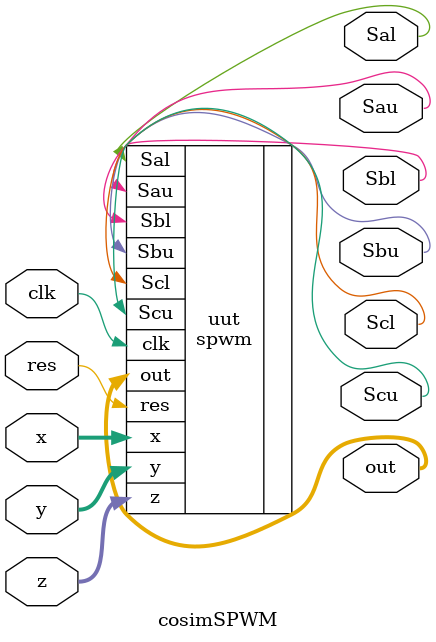
<source format=v>
`include "D:/Programs/Quartus/quartus/eda/sim_lib/220model.v"
`include "../src/fixedpoint_multiplier.v"
`include "../src/mult.v"
`include "../src/spwm.v"


module cosimSPWM
(	output Sau, 
	output Sal,
	output Sbu, 
	output Sbl, 
	output Scu, 
	output Scl, 
	output signed [31:0] out,
    input signed [31:0] x, 
    input signed [31:0] y, 
    input signed [31:0] z, 
    input clk,res);


spwm #(32,28) uut(
	.x(x),
	.y(y),
	.z(z),
	.clk(clk),.res(res),
	.Sau(Sau),.Sal(Sal),
	.Sbu(Sbu),.Sbl(Sbl),
	.Scu(Scu),.Scl(Scl),
	.out(out));





endmodule


</source>
